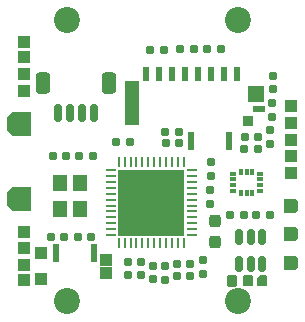
<source format=gbr>
%TF.GenerationSoftware,KiCad,Pcbnew,9.0.0*%
%TF.CreationDate,2025-03-28T18:18:21+01:00*%
%TF.ProjectId,cansatperso,63616e73-6174-4706-9572-736f2e6b6963,rev?*%
%TF.SameCoordinates,Original*%
%TF.FileFunction,Soldermask,Top*%
%TF.FilePolarity,Negative*%
%FSLAX46Y46*%
G04 Gerber Fmt 4.6, Leading zero omitted, Abs format (unit mm)*
G04 Created by KiCad (PCBNEW 9.0.0) date 2025-03-28 18:18:21*
%MOMM*%
%LPD*%
G01*
G04 APERTURE LIST*
G04 Aperture macros list*
%AMRoundRect*
0 Rectangle with rounded corners*
0 $1 Rounding radius*
0 $2 $3 $4 $5 $6 $7 $8 $9 X,Y pos of 4 corners*
0 Add a 4 corners polygon primitive as box body*
4,1,4,$2,$3,$4,$5,$6,$7,$8,$9,$2,$3,0*
0 Add four circle primitives for the rounded corners*
1,1,$1+$1,$2,$3*
1,1,$1+$1,$4,$5*
1,1,$1+$1,$6,$7*
1,1,$1+$1,$8,$9*
0 Add four rect primitives between the rounded corners*
20,1,$1+$1,$2,$3,$4,$5,0*
20,1,$1+$1,$4,$5,$6,$7,0*
20,1,$1+$1,$6,$7,$8,$9,0*
20,1,$1+$1,$8,$9,$2,$3,0*%
%AMOutline5P*
0 Free polygon, 5 corners , with rotation*
0 The origin of the aperture is its center*
0 number of corners: always 5*
0 $1 to $10 corner X, Y*
0 $11 Rotation angle, in degrees counterclockwise*
0 create outline with 5 corners*
4,1,5,$1,$2,$3,$4,$5,$6,$7,$8,$9,$10,$1,$2,$11*%
%AMOutline6P*
0 Free polygon, 6 corners , with rotation*
0 The origin of the aperture is its center*
0 number of corners: always 6*
0 $1 to $12 corner X, Y*
0 $13 Rotation angle, in degrees counterclockwise*
0 create outline with 6 corners*
4,1,6,$1,$2,$3,$4,$5,$6,$7,$8,$9,$10,$11,$12,$1,$2,$13*%
%AMOutline7P*
0 Free polygon, 7 corners , with rotation*
0 The origin of the aperture is its center*
0 number of corners: always 7*
0 $1 to $14 corner X, Y*
0 $15 Rotation angle, in degrees counterclockwise*
0 create outline with 7 corners*
4,1,7,$1,$2,$3,$4,$5,$6,$7,$8,$9,$10,$11,$12,$13,$14,$1,$2,$15*%
%AMOutline8P*
0 Free polygon, 8 corners , with rotation*
0 The origin of the aperture is its center*
0 number of corners: always 8*
0 $1 to $16 corner X, Y*
0 $17 Rotation angle, in degrees counterclockwise*
0 create outline with 8 corners*
4,1,8,$1,$2,$3,$4,$5,$6,$7,$8,$9,$10,$11,$12,$13,$14,$15,$16,$1,$2,$17*%
%AMFreePoly0*
4,1,7,1.000000,0.600000,1.000000,-1.000000,-1.000000,-1.000000,-1.000000,0.600000,-0.600000,1.000000,0.600000,1.000000,1.000000,0.600000,1.000000,0.600000,$1*%
G04 Aperture macros list end*
%ADD10R,1.000000X1.000000*%
%ADD11RoundRect,0.150000X-0.150000X-0.625000X0.150000X-0.625000X0.150000X0.625000X-0.150000X0.625000X0*%
%ADD12RoundRect,0.250000X-0.350000X-0.650000X0.350000X-0.650000X0.350000X0.650000X-0.350000X0.650000X0*%
%ADD13RoundRect,0.160000X-0.197500X-0.160000X0.197500X-0.160000X0.197500X0.160000X-0.197500X0.160000X0*%
%ADD14C,2.200000*%
%ADD15R,0.550000X1.500000*%
%ADD16RoundRect,0.155000X0.155000X-0.212500X0.155000X0.212500X-0.155000X0.212500X-0.155000X-0.212500X0*%
%ADD17R,1.200000X1.400000*%
%ADD18RoundRect,0.155000X-0.212500X-0.155000X0.212500X-0.155000X0.212500X0.155000X-0.212500X0.155000X0*%
%ADD19Outline6P,-0.600000X0.360000X-0.360000X0.600000X0.360000X0.600000X0.600000X0.360000X0.600000X-0.600000X-0.600000X-0.600000X270.000000*%
%ADD20RoundRect,0.155000X0.212500X0.155000X-0.212500X0.155000X-0.212500X-0.155000X0.212500X-0.155000X0*%
%ADD21FreePoly0,90.000000*%
%ADD22RoundRect,0.160000X0.197500X0.160000X-0.197500X0.160000X-0.197500X-0.160000X0.197500X-0.160000X0*%
%ADD23RoundRect,0.237500X0.237500X-0.287500X0.237500X0.287500X-0.237500X0.287500X-0.237500X-0.287500X0*%
%ADD24RoundRect,0.160000X-0.160000X0.197500X-0.160000X-0.197500X0.160000X-0.197500X0.160000X0.197500X0*%
%ADD25R,0.600000X1.250000*%
%ADD26R,1.200000X3.790000*%
%ADD27R,1.450000X1.400000*%
%ADD28R,1.000000X0.600000*%
%ADD29R,0.950000X0.850000*%
%ADD30RoundRect,0.150000X0.150000X-0.512500X0.150000X0.512500X-0.150000X0.512500X-0.150000X-0.512500X0*%
%ADD31RoundRect,0.062500X-0.375000X-0.062500X0.375000X-0.062500X0.375000X0.062500X-0.375000X0.062500X0*%
%ADD32RoundRect,0.062500X-0.062500X-0.375000X0.062500X-0.375000X0.062500X0.375000X-0.062500X0.375000X0*%
%ADD33R,5.600000X5.600000*%
%ADD34RoundRect,0.160000X0.160000X-0.197500X0.160000X0.197500X-0.160000X0.197500X-0.160000X-0.197500X0*%
%ADD35R,0.575000X0.350000*%
%ADD36R,0.350000X0.575000*%
G04 APERTURE END LIST*
D10*
%TO.C,*%
X174500000Y-91300000D03*
%TD*%
D11*
%TO.C,J5*%
X176000000Y-79425000D03*
X177000000Y-79425000D03*
X178000000Y-79425000D03*
X179000000Y-79425000D03*
D12*
X174700000Y-76900000D03*
X180300000Y-76900000D03*
%TD*%
D13*
%TO.C,R8*%
X183732500Y-74100000D03*
X184927500Y-74100000D03*
%TD*%
D14*
%TO.C,*%
X176700000Y-71600000D03*
%TD*%
D15*
%TO.C,SW1*%
X175770000Y-91295000D03*
X179020000Y-91295000D03*
%TD*%
D10*
%TO.C,1*%
X173080000Y-74720000D03*
%TD*%
D16*
%TO.C,C7*%
X185020000Y-93557500D03*
X185020000Y-92422500D03*
%TD*%
D14*
%TO.C,*%
X191200000Y-95400000D03*
%TD*%
D17*
%TO.C,Y1*%
X176110000Y-85390000D03*
X176110000Y-87590000D03*
X177810000Y-87590000D03*
X177810000Y-85390000D03*
%TD*%
D18*
%TO.C,C2*%
X177652500Y-89920000D03*
X178787500Y-89920000D03*
%TD*%
D19*
%TO.C,REF\u002A\u002A2*%
X195660000Y-87340000D03*
%TD*%
D20*
%TO.C,C6*%
X182035000Y-81870000D03*
X180900000Y-81870000D03*
%TD*%
%TO.C,C12*%
X176507500Y-89920000D03*
X175372500Y-89920000D03*
%TD*%
D18*
%TO.C,C10*%
X181862500Y-93140000D03*
X182997500Y-93140000D03*
%TD*%
D21*
%TO.C,*%
X172680000Y-80400000D03*
%TD*%
D10*
%TO.C,7*%
X195700000Y-80300000D03*
%TD*%
D22*
%TO.C,R2*%
X186237500Y-81030000D03*
X185042500Y-81030000D03*
%TD*%
D10*
%TO.C,2*%
X173070000Y-76130000D03*
%TD*%
D18*
%TO.C,C1*%
X190569500Y-88132000D03*
X191704500Y-88132000D03*
%TD*%
D10*
%TO.C,8*%
X195700000Y-78900000D03*
%TD*%
%TO.C,4*%
X195700000Y-84500000D03*
%TD*%
D20*
%TO.C,C16*%
X187467500Y-74010000D03*
X186332500Y-74010000D03*
%TD*%
D23*
%TO.C,D3*%
X189300000Y-90355000D03*
X189300000Y-88605000D03*
%TD*%
D16*
%TO.C,C8*%
X184040000Y-93547500D03*
X184040000Y-92412500D03*
%TD*%
D24*
%TO.C,R5*%
X194100000Y-78592500D03*
X194100000Y-79787500D03*
%TD*%
D10*
%TO.C,REF\u002A\u002A*%
X180000000Y-93000000D03*
%TD*%
D22*
%TO.C,R9*%
X192914500Y-82522000D03*
X191719500Y-82522000D03*
%TD*%
D10*
%TO.C,3*%
X173070000Y-77580000D03*
%TD*%
D16*
%TO.C,C15*%
X194150000Y-77457500D03*
X194150000Y-76322500D03*
%TD*%
D19*
%TO.C,REF\u002A\u002A1*%
X195660000Y-89740000D03*
%TD*%
D10*
%TO.C,*%
X173070000Y-73460000D03*
%TD*%
%TO.C,2*%
X173070000Y-92300000D03*
%TD*%
%TO.C,5*%
X195700000Y-83100000D03*
%TD*%
%TO.C,1*%
X173070000Y-90900000D03*
%TD*%
D18*
%TO.C,C11*%
X186022500Y-93260000D03*
X187157500Y-93260000D03*
%TD*%
D25*
%TO.C,J2*%
X191110000Y-76155000D03*
X190010000Y-76155000D03*
X188910000Y-76155000D03*
X187810000Y-76155000D03*
X186710000Y-76155000D03*
X185610000Y-76155000D03*
X184510000Y-76155000D03*
X183410000Y-76155000D03*
D26*
X182260000Y-78635000D03*
D27*
X192735000Y-77880000D03*
D28*
X192960000Y-79130000D03*
D29*
X192035000Y-80105000D03*
%TD*%
D30*
%TO.C,U2*%
X191320000Y-92230000D03*
X192270000Y-92230000D03*
X193220000Y-92230000D03*
X193220000Y-89955000D03*
X192270000Y-89955000D03*
X191320000Y-89955000D03*
%TD*%
D14*
%TO.C,*%
X176700000Y-95400000D03*
%TD*%
D10*
%TO.C,6*%
X195700000Y-81700000D03*
%TD*%
D14*
%TO.C,*%
X191200000Y-71600000D03*
%TD*%
D19*
%TO.C,REF\u002A\u002A*%
X195660000Y-92190000D03*
%TD*%
D15*
%TO.C,SW2*%
X187200000Y-81795000D03*
X190450000Y-81795000D03*
%TD*%
D24*
%TO.C,R6*%
X193960000Y-80852500D03*
X193960000Y-82047500D03*
%TD*%
D16*
%TO.C,C4*%
X188800000Y-87137500D03*
X188800000Y-86002500D03*
%TD*%
D10*
%TO.C,*%
X173090000Y-89490000D03*
%TD*%
D20*
%TO.C,C17*%
X193907500Y-88120000D03*
X192772500Y-88120000D03*
%TD*%
D18*
%TO.C,C9*%
X181872500Y-92090000D03*
X183007500Y-92090000D03*
%TD*%
D31*
%TO.C,U1*%
X180422500Y-84287500D03*
X180422500Y-84787500D03*
X180422500Y-85287500D03*
X180422500Y-85787500D03*
X180422500Y-86287500D03*
X180422500Y-86787500D03*
X180422500Y-87287500D03*
X180422500Y-87787500D03*
X180422500Y-88287500D03*
X180422500Y-88787500D03*
X180422500Y-89287500D03*
X180422500Y-89787500D03*
D32*
X181110000Y-90475000D03*
X181610000Y-90475000D03*
X182110000Y-90475000D03*
X182610000Y-90475000D03*
X183110000Y-90475000D03*
X183610000Y-90475000D03*
X184110000Y-90475000D03*
X184610000Y-90475000D03*
X185110000Y-90475000D03*
X185610000Y-90475000D03*
X186110000Y-90475000D03*
X186610000Y-90475000D03*
D31*
X187297500Y-89787500D03*
X187297500Y-89287500D03*
X187297500Y-88787500D03*
X187297500Y-88287500D03*
X187297500Y-87787500D03*
X187297500Y-87287500D03*
X187297500Y-86787500D03*
X187297500Y-86287500D03*
X187297500Y-85787500D03*
X187297500Y-85287500D03*
X187297500Y-84787500D03*
X187297500Y-84287500D03*
D32*
X186610000Y-83600000D03*
X186110000Y-83600000D03*
X185610000Y-83600000D03*
X185110000Y-83600000D03*
X184610000Y-83600000D03*
X184110000Y-83600000D03*
X183610000Y-83600000D03*
X183110000Y-83600000D03*
X182610000Y-83600000D03*
X182110000Y-83600000D03*
X181610000Y-83600000D03*
X181110000Y-83600000D03*
D33*
X183860000Y-87037500D03*
%TD*%
D20*
%TO.C,C30*%
X176647500Y-83080000D03*
X175512500Y-83080000D03*
%TD*%
%TO.C,C13*%
X178917500Y-83080000D03*
X177782500Y-83080000D03*
%TD*%
D10*
%TO.C,3*%
X173080000Y-93590000D03*
%TD*%
D21*
%TO.C,REF\u002A\u002A*%
X172675000Y-86705000D03*
%TD*%
D34*
%TO.C,R20*%
X188270000Y-93055000D03*
X188270000Y-91860000D03*
%TD*%
D20*
%TO.C,C5*%
X187187500Y-92250000D03*
X186052500Y-92250000D03*
%TD*%
%TO.C,C14*%
X192897500Y-81470000D03*
X191762500Y-81470000D03*
%TD*%
D24*
%TO.C,R10*%
X188897000Y-83564500D03*
X188897000Y-84759500D03*
%TD*%
D10*
%TO.C,*%
X180020000Y-91900000D03*
%TD*%
D18*
%TO.C,C3*%
X185072500Y-82000000D03*
X186207500Y-82000000D03*
%TD*%
D35*
%TO.C,IC1*%
X190774000Y-84580000D03*
X190774000Y-85080000D03*
X190774000Y-85580000D03*
X190774000Y-86080000D03*
D36*
X191437000Y-86242000D03*
X191937000Y-86242000D03*
X192437000Y-86242000D03*
D35*
X193100000Y-86080000D03*
X193100000Y-85580000D03*
X193100000Y-85080000D03*
X193100000Y-84580000D03*
D36*
X192437000Y-84418000D03*
X191937000Y-84418000D03*
X191437000Y-84418000D03*
%TD*%
D13*
%TO.C,R7*%
X188582500Y-74030000D03*
X189777500Y-74030000D03*
%TD*%
D10*
%TO.C,*%
X174500000Y-93520000D03*
%TD*%
G36*
X193583039Y-93189685D02*
G01*
X193628794Y-93242489D01*
X193640000Y-93294000D01*
X193640000Y-93996000D01*
X193620315Y-94063039D01*
X193567511Y-94108794D01*
X193516000Y-94120000D01*
X192924000Y-94120000D01*
X192856961Y-94100315D01*
X192811206Y-94047511D01*
X192800000Y-93996000D01*
X192800000Y-93511362D01*
X192819685Y-93444323D01*
X192836319Y-93423681D01*
X193053681Y-93206319D01*
X193115004Y-93172834D01*
X193141362Y-93170000D01*
X193516000Y-93170000D01*
X193583039Y-93189685D01*
G37*
G36*
X191083039Y-93219685D02*
G01*
X191128794Y-93272489D01*
X191140000Y-93324000D01*
X191140000Y-94026000D01*
X191120315Y-94093039D01*
X191067511Y-94138794D01*
X191016000Y-94150000D01*
X190424000Y-94150000D01*
X190356961Y-94130315D01*
X190311206Y-94077511D01*
X190300000Y-94026000D01*
X190300000Y-93324000D01*
X190319685Y-93256961D01*
X190372489Y-93211206D01*
X190424000Y-93200000D01*
X191016000Y-93200000D01*
X191083039Y-93219685D01*
G37*
G36*
X192403039Y-93209685D02*
G01*
X192448794Y-93262489D01*
X192460000Y-93314000D01*
X192460000Y-94016000D01*
X192440315Y-94083039D01*
X192387511Y-94128794D01*
X192336000Y-94140000D01*
X191734000Y-94140000D01*
X191666961Y-94120315D01*
X191621206Y-94067511D01*
X191610000Y-94016000D01*
X191610000Y-93314000D01*
X191629685Y-93246961D01*
X191682489Y-93201206D01*
X191734000Y-93190000D01*
X192336000Y-93190000D01*
X192403039Y-93209685D01*
G37*
M02*

</source>
